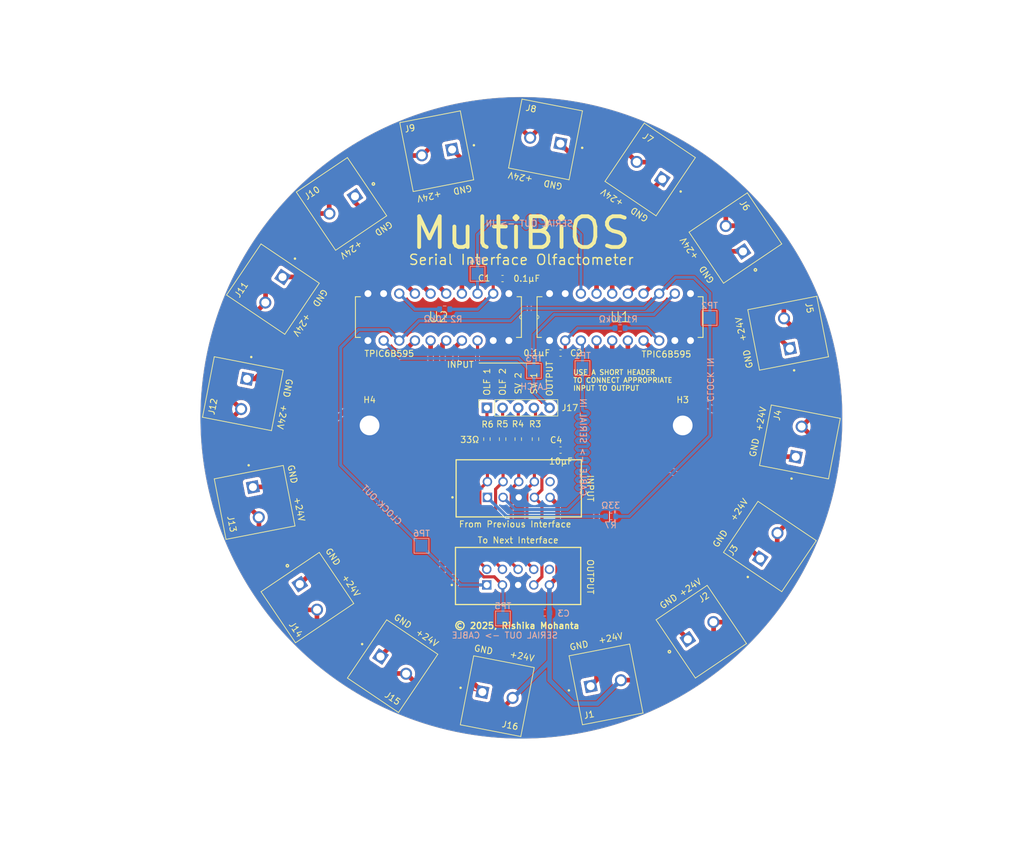
<source format=kicad_pcb>
(kicad_pcb (version 20241229) (generator "pcbnew") (generator_version "9.0")
  (layers (0 "F.Cu" signal) (2 "B.Cu" signal) (13 "F.Paste" user) (15 "B.Paste" user) (5 "F.SilkS" user "F.Silkscreen") (7 "B.SilkS" user "B.Silkscreen") (1 "F.Mask" user) (3 "B.Mask" user) (25 "Edge.Cuts" user))
  (net 0 "")
  (net 1 "+5V")
  (net 2 "GND")
  (net 3 "Net-(J1-Pin_1)")
  (net 4 "+24V")
  (net 5 "Net-(J2-Pin_1)")
  (net 6 "Net-(J3-Pin_1)")
  (net 7 "Net-(J4-Pin_1)")
  (net 8 "Net-(J5-Pin_1)")
  (net 9 "Net-(J6-Pin_1)")
  (net 10 "Net-(J7-Pin_1)")
  (net 11 "Net-(J8-Pin_1)")
  (net 12 "Net-(J9-Pin_1)")
  (net 13 "Net-(J10-Pin_1)")
  (net 14 "Net-(J11-Pin_1)")
  (net 15 "Net-(J12-Pin_1)")
  (net 16 "Net-(J13-Pin_1)")
  (net 17 "Net-(J14-Pin_1)")
  (net 18 "Net-(J15-Pin_1)")
  (net 19 "Net-(J16-Pin_1)")
  (net 20 "Net-(U1-SER_IN)")
  (net 22 "Net-(U2-SER_OUT)")
  (net 23 "Net-(U1-~{SRCLR})")
  (net 24 "Net-(U2-~{SRCLR})")
  (net 25 "Net-(U1-SRCK)")
  (net 26 "Net-(U1-SER_OUT)")
  (net 27 "Net-(J17-Pin_5)")
  (net 28 "Net-(J17-Pin_3)")
  (net 29 "Net-(J17-Pin_4)")
  (net 30 "Net-(J17-Pin_2)")
  (net 31 "Net-(J17-Pin_1)")
  (net 32 "Net-(J18-Pad08)")
  (net 33 "Net-(J18-Pad01)")
  (net 34 "Net-(J18-Pad02)")
  (net 35 "Net-(J18-Pad04)")
  (net 37 "Net-(J18-Pad06)")
  (footprint "Capacitor_SMD:C_0603_1608Metric" (layer "F.Cu") (at 144.78 94.9005 180)
    (property "Reference" "C4")
    (property "Value" "10uf")
  )
  (footprint "MountingHole:MountingHole_3.2mm_M3_Pad" (layer "F.Cu") (at 113.8 90.9)
    (property "Reference" "H4")
    (property "Value" "MountingHole_Pad")
  )
  (footprint "1935310:PHOENIX_1935310" (layer "F.Cu") (at 180.6687 61.439 124)
    (property "Reference" "J6")
    (property "Value" "Screw_Terminal_01x02")
  )
  (footprint "1935310:PHOENIX_1935310" (layer "F.Cu") (at 166.653 47.4233 146)
    (property "Reference" "J7")
    (property "Value" "Screw_Terminal_01x02")
  )
  (footprint "TST-105-01-G-D:SAMTEC_TST-105-01-X-D" (layer "F.Cu") (at 137.8966 115.5253)
    (property "Reference" "J19" (hide yes))
    (property "Value" "TST-105-01-X-D" (hide yes))
  )
  (footprint "Resistor_SMD:R_0603_1608Metric" (layer "F.Cu") (at 137.922 93.1225 90)
    (property "Reference" "R4")
    (property "Value" "33Ω")
  )
  (footprint "TPIC6B595N:DIP254P762X508-20" (layer "F.Cu") (at 165.862 69.5005 90)
    (property "Reference" "U1")
    (property "Value" "TPIC6595")
  )
  (footprint "1935310:PHOENIX_1935310" (layer "F.Cu") (at 88.6061 79.7514 -101)
    (property "Reference" "J12")
    (property "Value" "Screw_Terminal_01x02")
  )
  (footprint "1935310:PHOENIX_1935310" (layer "F.Cu") (at 148.3406 139.4859 11)
    (property "Reference" "J1")
    (property "Value" "Screw_Terminal_01x02")
  )
  (footprint "1935310:PHOENIX_1935310" (layer "F.Cu") (at 110.207 47.4233 -146)
    (property "Reference" "J10")
    (property "Value" "Screw_Terminal_01x02")
  )
  (footprint "1935310:PHOENIX_1935310" (layer "F.Cu") (at 96.1913 61.439 -124)
    (property "Reference" "J11")
    (property "Value" "Screw_Terminal_01x02")
  )
  (footprint "Capacitor_SMD:C_0603_1608Metric" (layer "F.Cu") (at 135.369 67.056)
    (property "Reference" "C1")
    (property "Value" "0.1u")
  )
  (footprint "Connector_PinSocket_2.54mm:PinSocket_1x05_P2.54mm_Vertical" (layer "F.Cu") (at 132.842 88.0425 90)
    (property "Reference" "J17")
    (property "Value" "Conn_01x05_Socket")
  )
  (footprint "1935310:PHOENIX_1935310" (layer "F.Cu") (at 128.5194 39.8381 -169)
    (property "Reference" "J9")
    (property "Value" "Screw_Terminal_01x02")
  )
  (footprint "Resistor_SMD:R_0603_1608Metric" (layer "F.Cu") (at 140.716 93.1225 90)
    (property "Reference" "R3")
    (property "Value" "33Ω")
  )
  (footprint "TPIC6B595N:DIP254P762X508-20" (layer "F.Cu") (at 113.538 77.1205 -90)
    (property "Reference" "U2")
    (property "Value" "TPIC6595")
  )
  (footprint "1935310:PHOENIX_1935310" (layer "F.Cu") (at 128.5194 139.4859 -11)
    (property "Reference" "J16")
    (property "Value" "Screw_Terminal_01x02")
  )
  (footprint "Capacitor_SMD:C_0603_1608Metric" (layer "F.Cu") (at 144.78 79.1525 180)
    (property "Reference" "C2")
    (property "Value" "0.1u")
  )
  (footprint "TST-105-01-G-D:SAMTEC_TST-105-01-X-D" (layer "F.Cu") (at 137.9982 101.3013)
    (property "Reference" "J18" (hide yes))
    (property "Value" "TST-105-01-X-D")
  )
  (footprint "1935310:PHOENIX_1935310" (layer "F.Cu") (at 96.1913 117.885 -56)
    (property "Reference" "J14")
    (property "Value" "Screw_Terminal_01x02")
  )
  (footprint "MountingHole:MountingHole_3.2mm_M3_Pad" (layer "F.Cu") (at 164.6 90.9)
    (property "Reference" "H3")
    (property "Value" "MountingHole_Pad")
  )
  (footprint "Resistor_SMD:R_0603_1608Metric" (layer "F.Cu") (at 132.842 93.1225 90)
    (property "Reference" "R6")
    (property "Value" "33Ω")
  )
  (footprint "1935310:PHOENIX_1935310" (layer "F.Cu") (at 180.6687 117.885 56)
    (property "Reference" "J3")
    (property "Value" "Screw_Terminal_01x02")
  )
  (footprint "1935310:PHOENIX_1935310" (layer "F.Cu") (at 166.653 131.9007 34)
    (property "Reference" "J2")
    (property "Value" "Screw_Terminal_01x02")
  )
  (footprint "1935310:PHOENIX_1935310" (layer "F.Cu") (at 110.207 131.9007 -34)
    (property "Reference" "J15")
    (property "Value" "Screw_Terminal_01x02")
  )
  (footprint "1935310:PHOENIX_1935310" (layer "F.Cu") (at 88.6061 99.5726 -79)
    (property "Reference" "J13")
    (property "Value" "Screw_Terminal_01x02")
  )
  (footprint "Resistor_SMD:R_0603_1608Metric" (layer "F.Cu") (at 135.382 93.1225 90)
    (property "Reference" "R5")
    (property "Value" "33Ω")
  )
  (footprint "1935310:PHOENIX_1935310" (layer "F.Cu") (at 148.3406 39.8381 169)
    (property "Reference" "J8")
    (property "Value" "Screw_Terminal_01x02")
  )
  (footprint "1935310:PHOENIX_1935310" (layer "F.Cu") (at 188.2539 79.7514 101)
    (property "Reference" "J5")
    (property "Value" "Screw_Terminal_01x02")
  )
  (footprint "1935310:PHOENIX_1935310" (layer "F.Cu") (at 188.2539 99.5726 79)
    (property "Reference" "J4")
    (property "Value" "Screw_Terminal_01x02")
  )
  (footprint "TestPoint:TestPoint_Pad_2.0x2.0mm" (layer "B.Cu") (at 168.9608 73.4568 180)
    (property "Reference" "TP2")
    (property "Value" "TestPoint")
  )
  (footprint "TestPoint:TestPoint_Pad_2.0x2.0mm" (layer "B.Cu") (at 135.4328 122.2248 180)
    (property "Reference" "TP5")
    (property "Value" "TestPoint")
  )
  (footprint "TestPoint:TestPoint_Pad_2.0x2.0mm" (layer "B.Cu") (at 122.2248 110.4392 180)
    (property "Reference" "TP6")
    (property "Value" "TestPoint")
  )
  (footprint "Resistor_SMD:R_0603_1608Metric" (layer "B.Cu") (at 152.908 105.664)
    (property "Reference" "R7")
    (property "Value" "33Ω")
  )
  (footprint "Resistor_SMD:R_0603_1608Metric" (layer "B.Cu") (at 154.432 75.0885 180)
    (property "Reference" "R1")
    (property "Value" "10k")
  )
  (footprint "Resistor_SMD:R_0603_1608Metric" (layer "B.Cu") (at 125.984 72.0405)
    (property "Reference" "R2")
    (property "Value" "10k")
  )
  (footprint "Capacitor_SMD:C_0603_1608Metric" (layer "B.Cu") (at 142.227 121.3165 180)
    (property "Reference" "C3")
    (property "Value" "10uf")
  )
  (footprint "TestPoint:TestPoint_Pad_2.0x2.0mm" (layer "B.Cu") (at 131.318 66.294 180)
    (property "Reference" "TP4")
    (property "Value" "TestPoint")
  )
  (footprint "TestPoint:TestPoint_Pad_2.0x2.0mm" (layer "B.Cu") (at 140.462 82.042 180)
    (property "Reference" "TP3")
    (property "Value" "TestPoint")
  )
  (footprint "TestPoint:TestPoint_Pad_2.0x2.0mm" (layer "B.Cu") (at 148.336 81.5848 180)
    (property "Reference" "TP1")
    (property "Value" "TestPoint")
  )
  (gr_line (start 131.572 80.772) (end 141.224 80.772) (stroke (width 0.15)) (layer "F.SilkS"))
  (gr_circle (center 138.43 89.662) (end 190.5 89.662) (stroke (width 0.05)) (fill no) (layer "Edge.Cuts"))
  (gr_text "+24V" (at 177.292 89.8652 78.75) (layer "F.SilkS") (effects (font (size 1 1))))
  (gr_text "+24V" (at 123.1392 125.3744 326.25) (layer "F.SilkS") (effects (font (size 1 1))))
  (gr_text "GND" (at 119.1768 122.682 326.25) (layer "F.SilkS") (effects (font (size 1 1))))
  (gr_text "OUTPUT" (at 143.002 83.312 90) (layer "F.SilkS") (effects (font (size 1 1))))
  (gr_text "INPUT" (at 149.606 101.1108 270) (layer "F.SilkS") (effects (font (size 1 1))))
  (gr_text "+24V" (at 153.162 53.8988 146.25) (layer "F.SilkS") (effects (font (size 1 1))))
  (gr_text "Serial Interface Olfactometer" (at 120.0404 64.9732 0) (layer "F.SilkS") (effects (font (size 1.651 1.651) (thickness 0.206375)) (justify left bottom)))
  (gr_text "+24V" (at 152.908 125.4252 11.25) (layer "F.SilkS") (effects (font (size 1 1))))
  (gr_text "GND" (at 116.078 58.928 213.75) (layer "F.SilkS") (effects (font (size 1 1))))
  (gr_text "+24V" (at 173.736 104.5972 56.25) (layer "F.SilkS") (effects (font (size 1 1))))
  (gr_text "TPIC6B595" (at 161.9504 79.3496 0) (layer "F.SilkS") (effects (font (size 1 1))))
  (gr_text "+24V" (at 138.5316 128.3716 348.75) (layer "F.SilkS") (effects (font (size 1 1))))
  (gr_text "GND" (at 157.5816 56.642 146.25) (layer "F.SilkS") (effects (font (size 1 1))))
  (gr_text "GND" (at 143.5608 51.816 168.75) (layer "F.SilkS") (effects (font (size 1 1))))
  (gr_text "GND" (at 100.5332 84.836 258.75) (layer "F.SilkS") (effects (font (size 1 1))))
  (gr_text "GND" (at 176.2252 94.488 78.75) (layer "F.SilkS") (effects (font (size 1 1))))
  (gr_text "+24V" (at 174.0408 75.2856 101.25) (layer "F.SilkS") (effects (font (size 1 1))))
  (gr_text "+24V" (at 123.4948 53.7464 191.25) (layer "F.SilkS") (effects (font (size 1 1))))
  (gr_text "INPUT" (at 128.524 81.026 0) (layer "F.SilkS") (effects (font (size 1 1))))
  (gr_text "GND" (at 147.7772 126.6444 11.25) (layer "F.SilkS") (effects (font (size 1 1))))
  (gr_text "GND" (at 170.688 109.2708 56.25) (layer "F.SilkS") (effects (font (size 1 1))))
  (gr_text "SV 2" (at 137.922 84.074 90) (layer "F.SilkS") (effects (font (size 1 1))))
  (gr_text "GND" (at 107.8484 112.2172 303.75) (layer "F.SilkS") (effects (font (size 1 1))))
  (gr_text "+24V" (at 165.6588 62.1792 123.75) (layer "F.SilkS") (effects (font (size 1 1))))
  (gr_text "10μF" (at 144.8308 96.7232 0) (layer "F.SilkS") (effects (font (size 1 1))))
  (gr_text "GND" (at 162.306 119.4816 33.75) (layer "F.SilkS") (effects (font (size 1 1))))
  (gr_text "+24V" (at 102.4128 104.4956 281.25) (layer "F.SilkS") (effects (font (size 1 1))))
  (gr_text "To Next Interface" (at 137.8966 109.5248 0) (layer "F.SilkS") (effects (font (size 1 1))))
  (gr_text "GND" (at 101.2952 98.806 281.25) (layer "F.SilkS") (effects (font (size 1 1))))
  (gr_text "+24V" (at 110.7948 116.8908 303.75) (layer "F.SilkS") (effects (font (size 1 1))))
  (gr_text "SV 1" (at 140.462 84.074 90) (layer "F.SilkS") (effects (font (size 1 1))))
  (gr_text "+24V" (at 99.6188 89.5096 258.75) (layer "F.SilkS") (effects (font (size 1 1))))
  (gr_text "OUTPUT" (at 149.606 115.4745 270) (layer "F.SilkS") (effects (font (size 1 1))))
  (gr_text "USE A SHORT HEADER\nTO CONNECT APPROPRIATE\nINPUT TO OUTPUT" (at 146.7612 83.566 0) (layer "F.SilkS") (effects (font (size 0.8 0.8) (thickness 0.15) (bold yes)) (justify left)))
  (gr_text "GND" (at 128.8796 52.6288 191.25) (layer "F.SilkS") (effects (font (size 1 1))))
  (gr_text "© 2025, Rishika Mohanta" (at 127.4572 124.0028 0) (layer "F.SilkS") (effects (font (size 1.016 1.016) (thickness 0.2032) (bold yes)) (justify left bottom)))
  (gr_text "0.1μF" (at 140.9192 79.1464 0) (layer "F.SilkS") (effects (font (size 1 1))))
  (gr_text "+24V" (at 110.8456 62.3824 213.75) (layer "F.SilkS") (effects (font (size 1 1))))
  (gr_text "OLF 1" (at 132.842 83.82 90) (layer "F.SilkS") (effects (font (size 1 1))))
  (gr_text "GND" (at 105.7656 70.2056 236.25) (layer "F.SilkS") (effects (font (size 1 1))))
  (gr_text "0.1μF" (at 139.2936 67.056 0) (layer "F.SilkS") (effects (font (size 1 1))))
  (gr_text "GND" (at 132.2832 127.3048 348.75) (layer "F.SilkS") (effects (font (size 1 1))))
  (gr_text "33Ω" (at 130.048 93.218 0) (layer "F.SilkS") (effects (font (size 1 1))))
  (gr_text "+24V" (at 138.2776 50.5968 168.75) (layer "F.SilkS") (effects (font (size 1 1))))
  (gr_text "GND" (at 175.2092 80.1116 101.25) (layer "F.SilkS") (effects (font (size 1 1))))
  (gr_text "GND" (at 168.5036 66.3956 123.75) (layer "F.SilkS") (effects (font (size 1 1))))
  (gr_text "OLF 2" (at 135.382 83.82 90) (layer "F.SilkS") (effects (font (size 1 1))))
  (gr_text "+24V" (at 102.8192 74.5744 236.25) (layer "F.SilkS") (effects (font (size 1 1))))
  (gr_text "TPIC6B595" (at 116.9924 79.248 0) (layer "F.SilkS") (effects (font (size 1 1))))
  (gr_text "From Previous Interface" (at 137.414 106.934 0) (layer "F.SilkS") (effects (font (size 1 1))))
  (gr_text "MultiBiOS" (at 120.2436 62.5856 0) (layer "F.SilkS") (effects (font (size 5 5) (thickness 0.625)) (justify left bottom)))
  (gr_text "+24V" (at 165.8112 117.1956 33.75) (layer "F.SilkS") (effects (font (size 1 1))))
  (gr_text "CLOCK IN" (at 169.0624 83.4644 270) (layer "B.SilkS") (effects (font (size 1 1)) (justify mirror)))
  (gr_text "CLOCK OUT" (at 115.7732 103.8352 315) (layer "B.SilkS") (effects (font (size 1 1)) (justify mirror)))
  (gr_text "SERIAL OUT -> IN" (at 139.7 58.1152 0) (layer "B.SilkS") (effects (font (size 1 1)) (justify mirror)))
  (gr_text "33Ω" (at 152.908 103.886 0) (layer "B.SilkS") (effects (font (size 1 1)) (justify mirror)))
  (gr_text "10kΩ" (at 152.908 73.66 0) (layer "B.SilkS") (effects (font (size 1 1)) (justify mirror)))
  (gr_text "SERIAL OUT -> CABLE" (at 135.7376 124.968 0) (layer "B.SilkS") (effects (font (size 1 1)) (justify mirror)))
  (gr_text "LATCH" (at 140.5128 84.582 0) (layer "B.SilkS") (effects (font (size 1 1)) (justify mirror)))
  (gr_text "10kΩ" (at 124.5108 73.6092 0) (layer "B.SilkS") (effects (font (size 1 1)) (justify mirror)))
  (gr_text "CABLE -> SERIAL IN" (at 148.4376 94.4372 270) (layer "B.SilkS") (effects (font (size 1 1)) (justify mirror)))
  (segment (start 134.112 69.2465) (end 133.858 69.5005) (width 0.508) (layer "F.Cu") (net 1))
  (segment (start 140.538 102.571) (end 141.76 103.793) (width 0.508) (layer "F.Cu") (net 1))
  (segment (start 145.542 79.9145) (end 145.542 79.1655) (width 0.1524) (layer "F.Cu") (net 1))
  (segment (start 145.542 94.9135) (end 145.542 95.6625) (width 0.1524) (layer "F.Cu") (net 1))
  (segment (start 141.755 99.4493) (end 145.542 95.6625) (width 0.508) (layer "F.Cu") (net 1))
  (segment (start 140.538 102.5711) (end 140.538 102.571) (width 0.1524) (layer "F.Cu") (net 1))
  (segment (start 142.2 78.9) (end 140.1 78.9) (width 0.508) (layer "F.Cu") (net 1))
  (segment (start 143.1 82.1) (end 142.6 81.6) (width 0.508) (layer "F.Cu") (net 1))
  (segment (start 145.5085 82.7085) (end 145.542 82.7085) (width 0.508) (layer "F.Cu") (net 1))
  (segment (start 145.555 94.9005) (end 145.542 94.9135) (width 0.1524) (layer "F.Cu") (net 1))
  (segment (start 138.9 65.1) (end 135.1 65.1) (width 0.508) (layer "F.Cu") (net 1))
  (segment (start 142.6 81.6) (end 142.6 79.3) (width 0.508) (layer "F.Cu") (net 1))
  (segment (start 145.542 83.2165) (end 145.542 82.7085) (width 0.508) (layer "F.Cu") (net 1))
  (segment (start 139.7 78.5) (end 139.7 65.9) (width 0.508) (layer "F.Cu") (net 1))
  (segment (start 145.542 82.7085) (end 145.542 82.1) (width 0.508) (layer "F.Cu") (net 1))
  (segment (start 139.7 65.9) (end 138.9 65.1) (width 0.508) (layer "F.Cu") (net 1))
  (segment (start 140.538 102.571) (end 141.755 101.354) (width 0.508) (layer "F.Cu") (net 1))
  (segment (start 145.542 82.1) (end 145.542 79.9145) (width 0.508) (layer "F.Cu") (net 1))
  (segment (start 145.542 82.1) (end 143.1 82.1) (width 0.508) (layer "F.Cu") (net 1))
  (segment (start 145.542 79.1655) (end 145.555 79.1525) (width 0.1524) (layer "F.Cu") (net 1))
  (segment (start 145.542 95.6625) (end 145.542 83.2165) (width 0.508) (layer "F.Cu") (net 1))
  (segment (start 141.76 115.472) (end 141.0985 116.1335) (width 0.508) (layer "F.Cu") (net 1))
  (segment (start 134.594 65.606) (end 134.594 67.056) (width 0.508) (layer "F.Cu") (net 1))
  (segment (start 142.6 79.3) (end 142.2 78.9) (width 0.508) (layer "F.Cu") (net 1))
  (segment (start 140.5382 102.5713) (end 140.538 102.5711) (width 0.1524) (layer "F.Cu") (net 1))
  (segment (start 141.755 101.354) (end 141.755 99.4493) (width 0.508) (layer "F.Cu") (net 1))
  (segment (start 140.1 78.9) (end 139.7 78.5) (width 0.508) (layer "F.Cu") (net 1))
  (segment (start 135.1 65.1) (end 134.594 65.606) (width 0.508) (layer "F.Cu") (net 1))
  (segment (start 141.0985 116.1335) (end 140.437 116.795) (width 0.508) (layer "F.Cu") (net 1))
  (segment (start 141.0984 116.1335) (end 140.4366 116.7953) (width 0.1524) (layer "F.Cu") (net 1))
  (segment (start 145.542 82.7085) (end 145.542 83.2165) (width 0.508) (layer "F.Cu") (net 1))
  (segment (start 145.542 79.9145) (end 145.542 77.1205) (width 0.508) (layer "F.Cu") (net 1))
  (segment (start 141.76 103.793) (end 141.76 115.472) (width 0.508) (layer "F.Cu") (net 1))
  (segment (start 133.845 69.4875) (end 133.858 69.5005) (width 0.508) (layer "F.Cu") (net 1))
  (segment (start 133.858 69.5005) (end 133.858 67.792) (width 0.508) (layer "F.Cu") (net 1))
  (segment (start 133.858 67.792) (end 134.594 67.056) (width 0.508) (layer "F.Cu") (net 1))
  (segment (start 141.0985 116.1335) (end 141.0984 116.1335) (width 0.1524) (layer "F.Cu") (net 1))
  (segment (start 131.318 72.0405) (end 126.809 72.0405) (width 0.508) (layer "B.Cu") (net 1))
  (segment (start 147.574 75.0885) (end 153.607 75.0885) (width 0.508) (layer "B.Cu") (net 1))
  (segment (start 145.542 77.1205) (end 147.574 75.0885) (width 0.508) (layer "B.Cu") (net 1))
  (segment (start 133.858 69.5005) (end 131.318 72.0405) (width 0.508) (layer "B.Cu") (net 1))
  (segment (start 149.6415 133.2115) (end 149.642 133.212) (width 0.1524) (layer "F.Cu") (net 3))
  (segment (start 150.622 77.1205) (end 150.622 132.231) (width 0.762) (layer "F.Cu") (net 3))
  (segment (start 150.622 132.231) (end 149.642 133.212) (width 0.762) (layer "F.Cu") (net 3))
  (segment (start 96.9302 63.2422) (end 96.9302 70.9529) (width 0.762) (layer "F.Cu") (net 4))
  (segment (start 152.817 43.8404) (end 152.806 43.8404) (width 0.762) (layer "F.Cu") (net 4))
  (segment (start 143.078 102.571) (end 143.0783 102.5713) (width 0.762) (layer "F.Cu") (net 4))
  (segment (start 134.064 138.125) (end 137.0259 135.1621) (width 0.762) (layer "F.Cu") (net 4))
  (segment (start 179.93 108.371) (end 186.538 101.763) (width 0.762) (layer "F.Cu") (net 4))
  (segment (start 179.93 109.7354) (end 179.9298 109.7352) (width 0.1524) (layer "F.Cu") (net 4))
  (segment (start 107.2488 56.4958) (end 103.677 56.4958) (width 0.762) (layer "F.Cu") (net 4))
  (segment (start 139.834 44.1616) (end 137.277 41.6052) (width 0.762) (layer "F.Cu") (net 4))
  (segment (start 186.538 93.6728) (end 183.9302 91.0659) (width 0.762) (layer "F.Cu") (net 4))
  (segment (start 169.611 126.096) (end 169.611 122.828) (width 0.762) (layer "F.Cu") (net 4))
  (segment (start 183.93 91.0657) (end 186.639 88.3569) (width 0.762) (layer "F.Cu") (net 4))
  (segment (start 119.7209 131.1618) (end 119.721 131.1619) (width 0.1524) (layer "F.Cu") (net 4))
  (segment (start 142.9766 116.7953) (end 142.9767 116.7953) (width 0.1524) (layer "F.Cu") (net 4))
  (segment (start 186.639 79.1817) (end 181.004 73.5466) (width 0.762) (layer "F.Cu") (net 4))
  (segment (start 112.112 131.162) (end 119.721 131.162) (width 0.762) (layer "F.Cu") (net 4))
  (segment (start 122.315 47.0879) (end 122.3145 47.0879) (width 0.762) (layer "F.Cu") (net 4))
  (segment (start 105.264 122.5785) (end 105.2637 122.5782) (width 0.1524) (layer "F.Cu") (net 4))
  (segment (start 122.3145 47.0879) (end 112.729 47.0879) (width 0.762) (layer "F.Cu") (net 4))
  (segment (start 103.677 56.4958) (end 96.9302 63.2422) (width 0.762) (layer "F.Cu") (net 4))
  (segment (start 96.9302 70.9529) (end 89.8652 78.018) (width 0.762) (layer "F.Cu") (net 4))
  (segment (start 127.797 41.6052) (end 122.315 47.0879) (width 0.762) (layer "F.Cu") (net 4))
  (segment (start 164.545 48.1622) (end 157.1391 48.1622) (width 0.762) (layer "F.Cu") (net 4))
  (segment (start 169.611 122.828) (end 169.6112 122.828) (width 0.762) (layer "F.Cu") (net 4))
  (segment (start 139.8337 44.1616) (end 139.834 44.1616) (width 0.1524) (layer "F.Cu") (net 4))
  (segment (start 159.008 132.236) (end 163.471 132.236) (width 0.762) (layer "F.Cu") (net 4))
  (segment (start 101.895 120.843) (end 105.264 120.843) (width 0.762) (layer "F.Cu") (net 4))
  (segment (start 183.9304 91.0657) (end 183.9302 91.0659) (width 0.1524) (layer "F.Cu") (net 4))
  (segment (start 137.0259 135.1621) (end 137.026 135.162) (width 0.762) (layer "F.Cu") (net 4))
  (segment (start 95.8559 114.804) (end 101.895 120.843) (width 0.762) (layer "F.Cu") (net 4))
  (segment (start 186.639 88.3569) (end 186.639 79.1817) (width 0.762) (layer "F.Cu") (net 4))
  (segment (start 89.8652 78.018) (end 89.8652 85.194) (width 0.762) (layer "F.Cu") (net 4))
  (segment (start 154.545 132.236) (end 159.008 132.236) (width 0.762) (layer "F.Cu") (net 4))
  (segment (start 179.9298 109.7352) (end 179.9298 108.3711) (width 0.1524) (layer "F.Cu") (net 4))
  (segment (start 179.93 109.7354) (end 179.93 108.371) (width 0.762) (layer "F.Cu") (net 4))
  (segment (start 183.9302 91.0659) (end 183.93 91.0657) (width 0.762) (layer "F.Cu") (net 4))
  (segment (start 105.264 124.314) (end 112.112 131.162) (width 0.762) (layer "F.Cu") (net 4))
  (segment (start 137.0262 135.1624) (end 137.0259 135.1621) (width 0.1524) (layer "F.Cu") (net 4))
  (segment (start 154.5456 132.236) (end 154.5455 132.2361) (width 0.1524) (layer "F.Cu") (net 4))
  (segment (start 144.321 103.814) (end 144.321 115.451) (width 0.762) (layer "F.Cu") (net 4))
  (segment (start 171.596 55.2134) (end 164.545 48.1622) (width 0.762) (layer "F.Cu") (net 4))
  (segment (start 142.085 41.91) (end 139.834 44.1616) (width 0.762) (layer "F.Cu") (net 4))
  (segment (start 119.721 131.162) (end 119.732 131.162) (width 0.762) (layer "F.Cu") (net 4))
  (segment (start 137.277 41.6052) (end 127.797 41.6052) (width 0.762) (layer "F.Cu") (net 4))
  (segment (start 137.0263 135.1624) (end 137.0262 135.1624) (width 0.1524) (layer "F.Cu") (net 4))
  (segment (start 171.5963 58.4809) (end 171.596 58.4809) (width 0.762) (layer "F.Cu") (net 4))
  (segment (start 95.8559 105.7775) (end 95.8559 114.804) (width 0.762) (layer "F.Cu") (net 4))
  (segment (start 126.695 138.125) (end 134.064 138.125) (width 0.762) (layer "F.Cu") (net 4))
  (segment (start 92.9296 88.2583) (end 91.0336 90.1543) (width 0.762) (layer "F.Cu") (net 4))
  (segment (start 181.0041 73.5465) (end 181.004 73.5466) (width 0.1524) (layer "F.Cu") (net 4))
  (segment (start 150.876 41.91) (end 142.085 41.91) (width 0.762) (layer "F.Cu") (net 4))
  (segment (start 89.8652 85.194) (end 92.9296 88.2583) (width 0.762) (layer "F.Cu") (net 4))
  (segment (start 95.8559 105.777) (end 95.8559 105.7775) (width 0.762) (layer "F.Cu") (net 4))
  (segment (start 144.321 115.451) (end 142.977 116.795) (width 0.762) (layer "F.Cu") (net 4))
  (segment (start 169.6112 122.8283) (end 169.6112 122.828) (width 0.1524) (layer "F.Cu") (net 4))
  (segment (start 112.729 47.0879) (end 107.249 52.5679) (width 0.762) (layer "F.Cu") (net 4))
  (segment (start 179.93 117.098) (end 179.93 109.7354) (width 0.762) (layer "F.Cu") (net 4))
  (segment (start 174.508 58.4809) (end 171.5963 58.4809) (width 0.762) (layer "F.Cu") (net 4))
  (segment (start 105.264 120.843) (end 105.264 122.5785) (width 0.762) (layer "F.Cu") (net 4))
  (segment (start 119.721 131.1619) (end 119.721 131.162) (width 0.1524) (layer "F.Cu") (net 4))
  (segment (start 171.5963 58.4808) (end 171.5963 58.4809) (width 0.1524) (layer "F.Cu") (net 4))
  (segment (start 119.732 131.162) (end 126.695 138.125) (width 0.762) (layer "F.Cu") (net 4))
  (segment (start 107.2488 56.4957) (end 107.2488 56.4958) (width 0.1524) (layer "F.Cu") (net 4))
  (segment (start 143.0783 102.5713) (end 144.321 103.814) (width 0.762) (layer "F.Cu") (net 4))
  (segment (start 107.249 52.5679) (end 107.249 56.4958) (width 0.762) (layer "F.Cu") (net 4))
  (segment (start 107.249 56.4958) (end 107.2488 56.4958) (width 0.762) (layer "F.Cu") (net 4))
  (segment (start 91.0336 90.1543) (end 91.0336 100.955) (width 0.762) (layer "F.Cu") (net 4))
  (segment (start 169.6112 122.828) (end 174.199 122.828) (width 0.762) (layer "F.Cu") (net 4))
  (segment (start 91.0336 100.955) (end 95.8559 105.777) (width 0.762) (layer "F.Cu") (net 4))
  (segment (start 143.0782 102.5713) (end 143.0783 102.5713) (width 0.1524) (layer "F.Cu") (net 4))
  (segment (start 186.538 101.763) (end 186.538 93.6728) (width 0.762) (layer "F.Cu") (net 4))
  (segment (start 105.2637 122.5782) (end 105.2637 120.8432) (width 0.1524) (layer "F.Cu") (net 4))
  (segment (start 181.004 73.5466) (end 181.004 64.9769) (width 0.762) (layer "F.Cu") (net 4))
  (segment (start 157.1391 48.1622) (end 157.139 48.1622) (width 0.762) (layer "F.Cu") (net 4))
  (segment (start 174.199 122.828) (end 179.93 117.098) (width 0.762) (layer "F.Cu") (net 4))
  (segment (start 163.471 132.236) (end 169.611 126.096) (width 0.762) (layer "F.Cu") (net 4))
  (segment (start 152.806 43.8404) (end 150.876 41.91) (width 0.762) (layer "F.Cu") (net 4))
  (segment (start 181.004 64.9769) (end 174.508 58.4809) (width 0.762) (layer "F.Cu") (net 4))
  (segment (start 159.008 132.236) (end 154.5456 132.236) (width 0.1524) (layer "F.Cu") (net 4))
  (segment (start 171.596 58.4809) (end 171.596 55.2134) (width 0.762) (layer "F.Cu") (net 4))
  (segment (start 105.264 122.5785) (end 105.264 124.314) (width 0.762) (layer "F.Cu") (net 4))
  (segment (start 142.9767 116.7953) (end 142.977 116.795) (width 0.1524) (layer "F.Cu") (net 4))
  (segment (start 157.139 48.1622) (end 152.817 43.8404) (width 0.762) (layer "F.Cu") (net 4))
  (segment (start 143.002 123.241) (end 143.002 129.187) (width 0.762) (layer "B.Cu") (net 4))
  (segment (start 142.9766 116.7953) (end 142.977 116.7953) (width 0.1524) (layer "B.Cu") (net 4))
  (segment (start 143.002 121.3165) (end 143.002 122.0212) (width 0.1524) (layer "B.Cu") (net 4))
  (segment (start 142.977 122.0462) (end 142.977 123.215) (width 0.762) (layer "B.Cu") (net 4))
  (segment (start 142.977 116.7953) (end 142.977 122.0462) (width 0.762) (layer "B.Cu") (net 4))
  (segment (start 143.002 129.187) (end 143.002 132.232) (width 0.762) (layer "B.Cu") (net 4))
  (segment (start 142.977 123.215) (end 143.002 123.241) (width 0.762) (layer "B.Cu") (net 4))
  (segment (start 143.002 132.232) (end 146.812 136.042) (width 0.762) (layer "B.Cu") (net 4))
  (segment (start 154.5451 132.2361) (end 154.545 132.236) (width 0.1524) (layer "B.Cu") (net 4))
  (segment (start 143.002 122.0212) (end 142.977 122.0462) (width 0.1524) (layer "B.Cu") (net 4))
  (segment (start 150.739 136.042) (end 154.545 132.236) (width 0.762) (layer "B.Cu") (net 4))
  (segment (start 146.812 136.042) (end 150.739 136.042) (width 0.762) (layer "B.Cu") (net 4))
  (segment (start 154.5455 132.2361) (end 154.5451 132.2361) (width 0.1524) (layer "B.Cu") (net 4))
  (segment (start 143.002 129.187) (end 137.026 135.162) (width 0.762) (layer "B.Cu") (net 4))
  (segment (start 142.977 116.795) (end 142.977 116.7953) (width 0.762) (layer "B.Cu") (net 4))
  (segment (start 165.454 125.6059) (end 165.454 125.606) (width 0.762) (layer "F.Cu") (net 5))
  (segment (start 153.162 113.314) (end 165.454 125.6059) (width 0.762) (layer "F.Cu") (net 5))
  (segment (start 153.162 77.1205) (end 153.162 113.314) (width 0.762) (layer "F.Cu") (net 5))
  (segment (start 165.4538 125.6061) (end 165.454 125.6059) (width 0.1524) (layer "F.Cu") (net 5))
  (segment (start 177.152 112.5285) (end 175.9504 111.7256) (width 0.1524) (layer "F.Cu") (net 6))
  (segment (start 168.572 103.9482) (end 177.152 112.528) (width 0.762) (layer "F.Cu") (net 6))
  (segment (start 168.572 103.9482) (end 175.9504 111.3266) (width 0.1524) (layer "F.Cu") (net 6))
  (segment (start 155.702 91.0785) (end 168.572 103.9482) (width 0.762) (layer "F.Cu") (net 6))
  (segment (start 155.702 77.1205) (end 155.702 91.0785) (width 0.762) (layer "F.Cu") (net 6))
  (segment (start 175.9504 111.3266) (end 175.9504 111.7256) (width 0.1524) (layer "F.Cu") (net 6))
  (segment (start 158.242 77.1205) (end 177.091 95.9696) (width 0.762) (layer "F.Cu") (net 7))
  (segment (start 177.091 95.9696) (end 182.955 95.9696) (width 0.762) (layer "F.Cu") (net 7))
  (segment (start 181.9795 78.4505) (end 181.9797 78.4503) (width 0.1524) (layer "F.Cu") (net 8))
  (segment (start 181.9797 78.4503) (end 181.98 78.4505) (width 0.762) (layer "F.Cu") (net 8))
  (segment (start 168.655 65.1256) (end 181.9797 78.4503) (width 0.762) (layer "F.Cu") (net 8))
  (segment (start 162.617 65.1256) (end 168.655 65.1256) (width 0.762) (layer "F.Cu") (net 8))
  (segment (start 158.242 69.5005) (end 162.617 65.1256) (width 0.762) (layer "F.Cu") (net 8))
  (segment (start 155.702 69.5005) (end 162.564 62.6382) (width 0.762) (layer "F.Cu") (net 9))
  (segment (start 162.564 62.6382) (end 174.374 62.6382) (width 0.762) (layer "F.Cu") (net 9))
  (segment (start 174.3741 62.6382) (end 174.374 62.6382) (width 0.1524) (layer "F.Cu") (net 9))
  (segment (start 157.229 55.0073) (end 161.296 50.9401) (width 0.762) (layer "F.Cu") (net 10))
  (segment (start 153.162 69.5005) (end 153.162 59.0745) (width 0.762) (layer "F.Cu") (net 10))
  (segment (start 157.2292 55.0073) (end 160.0949 52.1416) (width 0.1524) (layer "F.Cu") (net 10))
  (segment (start 160.0949 52.1416) (end 160.4936 52.1416) (width 0.1524) (layer "F.Cu") (net 10))
  (segment (start 153.162 59.0745) (end 157.229 55.0073) (width 0.762) (layer "F.Cu") (net 10))
  (segment (start 161.2965 50.94) (end 160.4936 52.1416) (width 0.1524) (layer "F.Cu") (net 10))
  (segment (start 157.229 55.0073) (end 157.2292 55.0073) (width 0.1524) (layer "F.Cu") (net 10))
  (segment (start 150.622 69.5005) (end 150.622 51.0214) (width 0.762) (layer "F.Cu") (net 11))
  (segment (start 144.7376 45.137) (end 144.738 45.137) (width 0.1524) (layer "F.Cu") (net 11))
  (segment (start 150.622 51.0214) (end 144.738 45.137) (width 0.762) (layer "F.Cu") (net 11))
  (segment (start 127.2185 46.1125) (end 127.2183 46.1127) (width 0.1524) (layer "F.Cu") (net 12))
  (segment (start 127.2183 46.1127) (end 127.218 46.1125) (width 0.762) (layer "F.Cu") (net 12))
  (segment (start 128.778 69.5005) (end 128.778 47.672) (width 0.762) (layer "F.Cu") (net 12))
  (segment (start 128.778 47.672) (end 127.2183 46.1127) (width 0.762) (layer "F.Cu") (net 12))
  (segment (start 111.406 54.6687) (end 111.406 54.1933) (width 0.762) (layer "F.Cu") (net 13))
  (segment (start 111.406 54.1933) (end 111.406 53.7179) (width 0.762) (layer "F.Cu") (net 13))
  (segment (start 111.406 54.1933) (end 111.4062 54.1931) (width 0.1524) (layer "F.Cu") (net 13))
  (segment (start 111.4062 54.1931) (end 111.4062 53.7179) (width 0.1524) (layer "F.Cu") (net 13))
  (segment (start 126.238 69.5005) (end 111.406 54.6687) (width 0.762) (layer "F.Cu") (net 13))
  (segment (start 112.014 61.5696) (end 106.788 66.7956) (width 0.762) (layer "F.Cu") (net 14))
  (segment (start 123.698 69.5005) (end 115.767 61.5696) (width 0.762) (layer "F.Cu") (net 14))
  (segment (start 106.788 66.7956) (end 99.7081 66.7956) (width 0.762) (layer "F.Cu") (net 14))
  (segment (start 99.708 66.7955) (end 99.7081 66.7956) (width 0.1524) (layer "F.Cu") (net 14))
  (segment (start 115.767 61.5696) (end 112.014 61.5696) (width 0.762) (layer "F.Cu") (net 14))
  (segment (start 112.522 65.9892) (end 95.1568 83.3544) (width 0.762) (layer "F.Cu") (net 15))
  (segment (start 117.647 65.9892) (end 112.522 65.9892) (width 0.762) (layer "F.Cu") (net 15))
  (segment (start 95.1568 83.3544) (end 93.905 83.3544) (width 0.762) (layer "F.Cu") (net 15))
  (segment (start 121.158 69.5005) (end 117.647 65.9892) (width 0.762) (layer "F.Cu") (net 15))
  (segment (start 94.8805 100.8735) (end 94.8805 100.874) (width 0.1524) (layer "F.Cu") (net 16))
  (segment (start 97.405 100.874) (end 94.8805 100.874) (width 0.762) (layer "F.Cu") (net 16))
  (segment (start 121.158 77.1205) (end 97.405 100.874) (width 0.762) (layer "F.Cu") (net 16))
  (segment (start 123.698 77.1205) (end 123.698 95.4737) (width 0.762) (layer "F.Cu") (net 17))
  (segment (start 123.698 95.4737) (end 102.4861 116.6859) (width 0.762) (layer "F.Cu") (net 17))
  (segment (start 102.4859 116.6858) (end 102.486 116.6858) (width 0.1524) (layer "F.Cu") (net 17))
  (segment (start 102.486 116.6858) (end 102.4861 116.6859) (width 0.1524) (layer "F.Cu") (net 17))
  (segment (start 102.4861 116.6859) (end 102.486 116.686) (width 0.762) (layer "F.Cu") (net 17))
  (segment (start 115.5635 128.384) (end 115.564 128.384) (width 0.1524) (layer "F.Cu") (net 18))
  (segment (start 126.238 77.1205) (end 125.628 77.7301) (width 0.762) (layer "F.Cu") (net 18))
  (segment (start 125.628 77.7301) (end 125.628 118.319) (width 0.762) (layer "F.Cu") (net 18))
  (segment (start 125.628 118.319) (end 115.564 128.384) (width 0.762) (layer "F.Cu") (net 18))
  (segment (start 130.7051 132.7701) (end 130.7051 133.9051) (width 0.1524) (layer "F.Cu") (net 19))
  (segment (start 130.7051 132.7701) (end 132.122 134.187) (width 0.762) (layer "F.Cu") (net 19))
  (segment (start 132.1224 134.187) (end 130.7051 133.9051) (width 0.1524) (layer "F.Cu") (net 19))
  (segment (start 128.778 77.1205) (end 127.762 78.1365) (width 0.762) (layer "F.Cu") (net 19))
  (segment (start 127.762 78.1365) (end 127.762 129.827) (width 0.762) (layer "F.Cu") (net 19))
  (segment (start 127.762 129.827) (end 130.7051 132.7701) (width 0.762) (layer "F.Cu") (net 19))
  (segment (start 149.082 92.4239) (end 147.59 92.4239) (width 0.508) (layer "B.Cu") (net 20))
  (segment (start 149.336 88.9949) (end 149.336 88.8679) (width 0.508) (layer "B.Cu") (net 20))
  (segment (start 149.082 100.679) (end 149.336 100.425) (width 0.508) (layer "B.Cu") (net 20))
  (segment (start 149.082 96.8689) (end 149.336 96.6149) (width 0.508) (layer "B.Cu") (net 20))
  (segment (start 147.336 93.4399) (end 147.336 93.3129) (width 0.508) (layer "B.Cu") (net 20))
  (segment (start 149.336 100.298) (end 149.082 100.044) (width 0.508) (layer "B.Cu") (net 20))
  (segment (start 147.336 95.9799) (end 147.336 95.8529) (width 0.508) (layer "B.Cu") (net 20))
  (segment (start 149.082 90.5189) (end 149.336 90.2649) (width 0.508) (layer "B.Cu") (net 20))
  (segment (start 149.336 97.7579) (end 149.082 97.5039) (width 0.508) (layer "B.Cu") (net 20))
  (segment (start 147.59 89.2489) (end 149.082 89.2489) (width 0.508) (layer "B.Cu") (net 20))
  (segment (start 149.336 97.8849) (end 149.336 97.7579) (width 0.508) (layer "B.Cu") (net 20))
  (segment (start 147.336 99.6629) (end 147.59 99.4089) (width 0.508) (layer "B.Cu") (net 20))
  (segment (start 147.59 99.4089) (end 149.082 99.4089) (width 0.508) (layer "B.Cu") (net 20))
  (segment (start 147.59 89.8839) (end 147.336 89.6299) (width 0.508) (layer "B.Cu") (net 20))
  (segment (start 149.082 94.9639) (end 147.59 94.9639) (width 0.508) (layer "B.Cu") (net 20))
  (segment (start 147.59 100.044) (end 147.336 99.7899) (width 0.508) (layer "B.Cu") (net 20))
  (segment (start 149.336 95.2179) (end 149.082 94.9639) (width 0.508) (layer "B.Cu") (net 20))
  (segment (start 147.336 92.0429) (end 147.59 91.7889) (width 0.508) (layer "B.Cu") (net 20))
  (segment (start 149.336 99.1549) (end 149.336 99.0279) (width 0.508) (layer "B.Cu") (net 20))
  (segment (start 147.336 90.8999) (end 147.336 90.7729) (width 0.508) (layer "B.Cu") (net 20))
  (segment (start 149.082 91.7889) (end 149.336 91.5349) (width 0.508) (layer "B.Cu") (net 20))
  (segment (start 149.336 96.6149) (end 149.336 96.4879) (width 0.508) (layer "B.Cu") (net 20))
  (segment (start 147.336 93.3129) (end 147.59 93.0589) (width 0.508) (layer "B.Cu") (net 20))
  (segment (start 147.336 90.7729) (end 147.59 90.5189) (width 0.508) (layer "B.Cu") (net 20))
  (segment (start 149.336 91.4079) (end 149.082 91.1539) (width 0.508) (layer "B.Cu") (net 20))
  (segment (start 147.59 91.1539) (end 147.336 90.8999) (width 0.508) (layer "B.Cu") (net 20))
  (segment (start 147.336 89.6299) (end 147.336 89.5029) (width 0.508) (layer "B.Cu") (net 20))
  (segment (start 147.59 96.8689) (end 149.082 96.8689) (width 0.508) (layer "B.Cu") (net 20))
  (segment (start 147.59 97.5039) (end 147.336 97.2499) (width 0.508) (layer "B.Cu") (net 20))
  (segment (start 149.082 96.2339) (end 147.59 96.2339) (width 0.508) (layer "B.Cu") (net 20))
  (segment (start 147.336 97.1229) (end 147.59 96.8689) (width 0.508) (layer "B.Cu") (net 20))
  (segment (start 149.082 89.2489) (end 149.336 88.9949) (width 0.508) (layer "B.Cu") (net 20))
  (segment (start 147.59 100.679) (end 149.082 100.679) (width 0.508) (layer "B.Cu") (net 20))
  (segment (start 149.336 91.5349) (end 149.336 91.4079) (width 0.508) (layer "B.Cu") (net 20))
  (segment (start 149.336 90.2649) (end 149.336 90.1379) (width 0.508) (layer "B.Cu") (net 20))
  (segment (start 149.336 93.9479) (end 149.082 93.6939) (width 0.508) (layer "B.Cu") (net 20))
  (segment (start 149.336 94.0749) (end 149.336 93.9479) (width 0.508) (layer "B.Cu") (net 20))
  (segment (start 135.4582 102.5713) (end 135.4583 102.5712) (width 0.1524) (layer "B.Cu") (net 20))
  (segment (start 149.082 93.6939) (end 147.59 93.6939) (width 0.508) (layer "B.Cu") (net 20))
  (segment (start 147.336 92.1699) (end 147.336 92.0429) (width 0.508) (layer "B.Cu") (net 20))
  (segment (start 147.336 98.3929) (end 147.59 98.1389) (width 0.508) (layer "B.Cu") (net 20))
  (segment (start 149.336 88.8679) (end 149.082 88.6139) (width 0.508) (layer "B.Cu") (net 20))
  (segment (start 147.336 100.933) (end 147.59 100.679) (width 0.508) (layer "B.Cu") (net 20))
  (segment (start 149.336 100.425) (end 149.336 100.298) (width 0.508) (layer "B.Cu") (net 20))
  (segment (start 147.336 94.7099) (end 147.336 94.5829) (width 0.508) (layer "B.Cu") (net 20))
  (segment (start 135.4583 102.5712) (end 137.439 104.552) (width 0.508) (layer "B.Cu") (net 20))
  (segment (start 147.59 94.9639) (end 147.336 94.7099) (width 0.508) (layer "B.Cu") (net 20))
  (segment (start 149.082 93.0589) (end 149.336 92.8049) (width 0.508) (layer "B.Cu") (net 20))
  (segment (start 148.336 101.568) (end 148.082 101.314) (width 0.508) (layer "B.Cu") (net 20))
  (segment (start 148.082 101.314) (end 147.59 101.314) (width 0.508) (layer "B.Cu") (net 20))
  (segment (start 147.59 90.5189) (end 149.082 90.5189) (width 0.508) (layer "B.Cu") (net 20))
  (segment (start 147.59 95.5989) (end 149.082 95.5989) (width 0.508) (layer "B.Cu") (net 20))
  (segment (start 137.439 104.552) (end 145.892 104.552) (width 0.508) (layer "B.Cu") (net 20))
  (segment (start 147.336 89.5029) (end 147.59 89.2489) (width 0.508) (layer "B.Cu") (net 20))
  (segment (start 149.336 96.4879) (end 149.082 96.2339) (width 0.508) (layer "B.Cu") (net 20))
  (segment (start 149.336 99.0279) (end 149.082 98.7739) (width 0.508) (layer "B.Cu") (net 20))
  (segment (start 147.59 101.314) (end 147.336 101.06) (width 0.508) (layer "B.Cu") (net 20))
  (segment (start 147.59 96.2339) (end 147.336 95.9799) (width 0.508) (layer "B.Cu") (net 20))
  (segment (start 147.336 97.2499) (end 147.336 97.1229) (width 0.508) (layer "B.Cu") (net 20))
  (segment (start 149.336 90.1379) (end 149.082 89.8839) (width 0.508) (layer "B.Cu") (net 20))
  (segment (start 147.336 94.5829) (end 147.59 94.3289) (width 0.508) (layer "B.Cu") (net 20))
  (segment (start 148.59 88.6139) (end 148.336 88.3599) (width 0.508) (layer "B.Cu") (net 20))
  (segment (start 147.59 98.1389) (end 149.082 98.1389) (width 0.508) (layer "B.Cu") (net 20))
  (segment (start 149.082 99.4089) (end 149.336 99.1549) (width 0.508) (layer "B.Cu") (net 20))
  (segment (start 147.336 99.7899) (end 147.336 99.6629) (width 0.508) (layer "B.Cu") (net 20))
  (segment (start 147.59 93.6939) (end 147.336 93.4399) (width 0.508) (layer "B.Cu") (net 20))
  (segment (start 149.082 98.1389) (end 149.336 97.8849) (width 0.508) (layer "B.Cu") (net 20))
  (segment (start 149.082 95.5989) (end 149.336 95.3449) (width 0.508) (layer "B.Cu") (net 20))
  (segment (start 149.336 92.8049) (end 149.336 92.6779) (width 0.508) (layer "B.Cu") (net 20))
  (segment (start 148.336 102.108) (end 148.336 101.568) (width 0.508) (layer "B.Cu") (net 20))
  (segment (start 149.082 97.5039) (end 147.59 97.5039) (width 0.508) (layer "B.Cu") (net 20))
  (segment (start 147.59 98.7739) (end 147.336 98.5199) (width 0.508) (layer "B.Cu") (net 20))
  (segment (start 135.458 102.571) (end 135.4583 102.5712) (width 0.508) (layer "B.Cu") (net 20))
  (segment (start 149.082 98.7739) (end 147.59 98.7739) (width 0.508) (layer "B.Cu") (net 20))
  (segment (start 149.336 95.3449) (end 149.336 95.2179) (width 0.508) (layer "B.Cu") (net 20))
  (segment (start 147.59 91.7889) (end 149.082 91.7889) (width 0.508) (layer "B.Cu") (net 20))
  (segment (start 149.082 91.1539) (end 147.59 91.1539) (width 0.508) (layer "B.Cu") (net 20))
  (segment (start 147.336 101.06) (end 147.336 100.933) (width 0.508) (layer "B.Cu") (net 20))
  (segment (start 147.336 98.5199) (end 147.336 98.3929) (width 0.508) (layer "B.Cu") (net 20))
  (segment (start 149.082 94.3289) (end 149.336 94.0749) (width 0.508) (layer "B.Cu") (net 20))
  (segment (start 145.892 104.552) (end 148.336 102.108) (width 0.508) (layer "B.Cu") (net 20))
  (segment (start 149.082 89.8839) (end 147.59 89.8839) (width 0.508) (layer "B.Cu") (net 20))
  (segment (start 148.336 81.5848) (end 148.336 77.3745) (width 0.508) (layer "B.Cu") (net 20))
  (segment (start 147.59 93.0589) (end 149.082 93.0589) (width 0.508) (layer "B.Cu") (net 20))
  (segment (start 149.336 92.6779) (end 149.082 92.4239) (width 0.508) (layer "B.Cu") (net 20))
  (segment (start 147.336 95.8529) (end 147.59 95.5989) (width 0.508) (layer "B.Cu") (net 20))
  (segment (start 147.59 92.4239) (end 147.336 92.1699) (width 0.508) (layer "B.Cu") (net 20))
  (segment (start 149.082 100.044) (end 147.59 100.044) (width 0.508) (layer "B.Cu") (net 20))
  (segment (start 148.336 88.3599) (end 148.336 81.5848) (width 0.508) (layer "B.Cu") (net 20))
  (segment (start 147.59 94.3289) (end 149.082 94.3289) (width 0.508) (layer "B.Cu") (net 20))
  (segment (start 149.082 88.6139) (end 148.59 88.6139) (width 0.508) (layer "B.Cu") (net 20))
  (segment (start 148.336 77.3745) (end 148.082 77.1205) (width 0.508) (layer "B.Cu") (net 20))
  (segment (start 129.302 94.0089) (end 130.794 94.0089) (width 0.508) (layer "F.Cu") (net 22))
  (segment (start 129.048 94.8979) (end 129.048 95.0249) (width 0.508) (layer "F.Cu") (net 22))
  (segment (start 130.302 98.4539) (end 130.048 98.7079) (width 0.508) (layer "F.Cu") (net 22))
  (segment (start 130.794 94.6439) (end 129.302 94.6439) (width 0.508) (layer "F.Cu") (net 22))
  (segment (start 129.048 92.3579) (end 129.048 92.4849) (width 0.508) (layer "F.Cu") (net 22))
  (segment (start 135.3566 116.7946) (end 135.3566 116.7953) (width 0.1524) (layer "F.Cu") (net 22))
  (segment (start 131.048 94.2629) (end 131.048 94.3899) (width 0.508) (layer "F.Cu") (net 22))
  (segment (start 131.048 95.5329) (end 131.048 95.6599) (width 0.508) (layer "F.Cu") (net 22))
  (segment (start 134.036 115.474) (end 134.6965 116.1345) (width 0.508) (layer "F.Cu") (net 22))
  (segment (start 130.794 91.4689) (end 131.048 91.7229) (width 0.508) (layer "F.Cu") (net 22))
  (segment (start 131.048 91.7229) (end 131.048 91.8499) (width 0.508) (layer "F.Cu") (net 22))
  (segment (start 130.302 91.4689) (end 130.794 91.4689) (width 0.508) (layer "F.Cu") (net 22))
  (segment (start 131.318 77.1205) (end 131.318 84.9945) (width 0.508) (layer "F.Cu") (net 22))
  (segment (start 129.302 92.1039) (end 129.048 92.3579) (width 0.508) (layer "F.Cu") (net 22))
  (segment (start 131.048 92.9929) (end 131.048 93.1199) (width 0.508) (layer "F.Cu") (net 22))
  (segment (start 129.048 95.0249) (end 129.302 95.2789) (width 0.508) (layer "F.Cu") (net 22))
  (segment (start 129.302 96.5489) (end 130.794 96.5489) (width 0.508) (layer "F.Cu") (net 22))
  (segment (start 129.048 97.4379) (end 129.048 97.5649) (width 0.508) (layer "F.Cu") (net 22))
  (segment (start 129.048 92.4849) (end 129.302 92.7389) (width 0.508) (layer "F.Cu") (net 22))
  (segment (start 130.794 97.1839) (end 129.302 97.1839) (width 0.508) (layer "F.Cu") (net 22))
  (segment (start 129.048 93.6279) (end 129.048 93.7549) (width 0.508) (layer "F.Cu") (net 22))
  (segment (start 130.794 95.9139) (end 129.302 95.9139) (width 0.508) (layer "F.Cu") (net 22))
  (segment (start 130.048 86.2645) (end 130.048 91.2149) (width 0.508) (layer "F.Cu") (net 22))
  (segment (start 130.048 91.2149) (end 130.302 91.4689) (width 0.508) (layer "F.Cu") (net 22))
  (segment (start 132.315 115.474) (end 134.036 115.474) (width 0.508) (layer "F.Cu") (net 22))
  (segment (start 131.048 98.0729) (end 131.048 98.1999) (width 0.508) (layer "F.Cu") (net 22))
  (segment (start 131.048 91.8499) (end 130.794 92.1039) (width 0.508) (layer "F.Cu") (net 22))
  (segment (start 130.794 95.2789) (end 131.048 95.5329) (width 0.508) (layer "F.Cu") (net 22))
  (segment (start 131.048 96.9299) (end 130.794 97.1839) (width 0.508) (layer "F.Cu") (net 22))
  (segment (start 129.048 96.2949) (end 129.302 96.5489) (width 0.508) (layer "F.Cu") (net 22))
  (segment (start 134.6965 116.1345) (end 135.3566 116.7946) (width 0.1524) (layer "F.Cu") (net 22))
  (segment (start 130.048 98.7079) (end 130.048 113.208) (width 0.508) (layer "F.Cu") (net 22))
  (segment (start 129.302 94.6439) (end 129.048 94.8979) (width 0.508) (layer "F.Cu") (net 22))
  (segment (start 131.048 98.1999) (end 130.794 98.4539) (width 0.508) (layer "F.Cu") (net 22))
  (segment (start 129.048 93.7549) (end 129.302 94.0089) (width 0.508) (layer "F.Cu") (net 22))
  (segment (start 129.302 97.8189) (end 130.794 97.8189) (width 0.508) (layer "F.Cu") (net 22))
  (segment (start 129.302 95.2789) (end 130.794 95.2789) (width 0.508) (layer "F.Cu") (net 22))
  (segment (start 129.302 97.1839) (end 129.048 97.4379) (width 0.508) (layer "F.Cu") (net 22))
  (segment (start 131.048 95.6599) (end 130.794 95.9139) (width 0.508) (layer "F.Cu") (net 22))
  (segment (start 134.6965 116.1345) (end 135.357 116.795) (width 0.508) (layer "F.Cu") (net 22))
  (segment (start 130.794 92.1039) (end 129.302 92.1039) (width 0.508) (layer "F.Cu") (net 22))
  (segment (start 131.048 94.3899) (end 130.794 94.6439) (width 0.508) (layer "F.Cu") (net 22))
  (segment (start 129.048 97.5649) (end 129.302 97.8189) (width 0.508) (layer "F.Cu") (net 22))
  (segment (start 130.794 98.4539) (end 130.302 98.4539) (width 0.508) (layer "F.Cu") (net 22))
  (segment (start 130.048 113.208) (end 132.315 115.474) (width 0.508) (layer "F.Cu") (net 22))
  (segment (start 131.048 93.1199) (end 130.794 93.3739) (width 0.508) (layer "F.Cu") (net 22))
  (segment (start 130.794 93.3739) (end 129.302 93.3739) (width 0.508) (layer "F.Cu") (net 22))
  (segment (start 129.302 92.7389) (end 130.794 92.7389) (width 0.508) (layer "F.Cu") (net 22))
  (segment (start 131.048 96.8029) (end 131.048 96.9299) (width 0.508) (layer "F.Cu") (net 22))
  (segment (start 129.302 95.9139) (end 129.048 96.1679) (width 0.508) (layer "F.Cu") (net 22))
  (segment (start 130.794 96.5489) (end 131.048 96.8029) (width 0.508) (layer "F.Cu") (net 22))
  (segment (start 130.794 94.0089) (end 131.048 94.2629) (width 0.508) (layer "F.Cu") (net 22))
  (segment (start 129.302 93.3739) (end 129.048 93.6279) (width 0.508) (layer "F.Cu") (net 22))
  (segment (start 129.048 96.1679) (end 129.048 96.2949) (width 0.508) (layer "F.Cu") (net 22))
  (segment (start 130.794 97.8189) (end 131.048 98.0729) (width 0.508) (layer "F.Cu") (net 22))
  (segment (start 131.318 84.9945) (end 130.048 86.2645) (width 0.508) (layer "F.Cu") (net 22))
  (segment (start 130.794 92.7389) (end 131.048 92.9929) (width 0.508) (layer "F.Cu") (net 22))
  (segment (start 135.4328 116.8715) (end 135.3566 116.7953) (width 0.508) (layer "B.Cu") (net 22))
  (segment (start 135.4328 122.2248) (end 135.4328 116.8715) (width 0.508) (layer "B.Cu") (net 22))
  (segment (start 155.257 75.0885) (end 158.75 75.0885) (width 0.508) (layer "B.Cu") (net 23))
  (segment (start 158.75 75.0885) (end 160.782 77.1205) (width 0.508) (layer "B.Cu") (net 23))
  (segment (start 121.158 72.0405) (end 118.618 69.5005) (width 0.508) (layer "B.Cu") (net 24))
  (segment (start 125.159 72.0405) (end 121.158 72.0405) (width 0.508) (layer "B.Cu") (net 24))
  (segment (start 160.782 69.5005) (end 158.4 71.882) (width 0.508) (layer "B.Cu") (net 25))
  (segment (start 128.581 116.795) (end 131.824 116.795) (width 0.508) (layer "B.Cu") (net 25))
  (segment (start 158.4 71.882) (end 138.684 71.882) (width 0.508) (layer "B.Cu") (net 25))
  (segment (start 169.012 92.5576) (end 155.905 105.664) (width 0.508) (layer "B.Cu") (net 25))
  (segment (start 131.824 116.795) (end 132.817 116.795) (width 0.508) (layer "B.Cu") (net 25))
  (segment (start 155.905 105.664) (end 153.733 105.664) (width 0.508) (layer "B.Cu") (net 25))
  (segment (start 132.8166 116.7953) (end 131.8243 116.7953) (width 0.1524) (layer "B.Cu") (net 25))
  (segment (start 109.118 78.2381) (end 109.118 97.3328) (width 0.508) (layer "B.Cu") (net 25))
  (segment (start 163.431 66.8518) (end 166.42 66.8518) (width 0.508) (layer "B.Cu") (net 25))
  (segment (start 109.118 97.3328) (end 128.581 116.795) (width 0.508) (layer "B.Cu") (net 25))
  (segment (start 136.652 73.914) (end 121.824 73.914) (width 0.508) (layer "B.Cu") (net 25))
  (segment (start 118.618 77.1205) (end 116.84 75.3425) (width 0.508) (layer "B.Cu") (net 25))
  (segment (start 169.012 69.4436) (end 169.012 72.1753) (width 0.508) (layer "B.Cu") (net 25))
  (segment (start 112.014 75.3425) (end 109.118 78.2381) (width 0.508) (layer "B.Cu") (net 25))
  (segment (start 160.782 69.5005) (end 163.431 66.8518) (width 0.508) (layer "B.Cu") (net 25))
  (segment (start 168.9608 73.4568) (end 168.9608 72.2265) (width 0.1524) (layer "B.Cu") (net 25))
  (segment (start 121.824 73.914) (end 118.618 77.1205) (width 0.508) (layer "B.Cu") (net 25))
  (segment (start 168.9608 72.2265) (end 169.012 72.1753) (width 0.1524) (layer "B.Cu") (net 25))
  (segment (start 116.84 75.3425) (end 112.014 75.3425) (width 0.508) (layer "B.Cu") (net 25))
  (segment (start 138.684 71.882) (end 136.652 73.914) (width 0.508) (layer "B.Cu") (net 25))
  (segment (start 166.42 66.8518) (end 169.012 69.4436) (width 0.508) (layer "B.Cu") (net 25))
  (segment (start 169.012 72.1753) (end 169.012 92.5576) (width 0.508) (layer "B.Cu") (net 25))
  (segment (start 131.824 116.795) (end 131.8243 116.7953) (width 0.1524) (layer "B.Cu") (net 25))
  (segment (start 141.022 56.912) (end 140.768 57.166) (width 0.508) (layer "B.Cu") (net 26))
  (segment (start 146.05 57.912) (end 141.657 57.912) (width 0.508) (layer "B.Cu") (net 26))
  (segment (start 140.133 58.658) (end 140.133 57.166) (width 0.508) (layer "B.Cu") (net 26))
  (segment (start 131.318 66.294) (end 131.318 69.5005) (width 0.508) (layer "B.Cu") (net 26))
  (segment (start 141.657 57.912) (end 141.403 57.658) (width 0.508) (layer "B.Cu") (net 26))
  (segment (start 141.403 57.658) (end 141.403 57.166) (width 0.508) (layer "B.Cu") (net 26))
  (segment (start 140.768 57.166) (end 140.768 58.658) (width 0.508) (layer "B.Cu") (net 26))
  (segment (start 139.498 57.166) (end 139.498 58.658) (width 0.508) (layer "B.Cu") (net 26))
  (segment (start 140.387 58.912) (end 140.133 58.658) (width 0.508) (layer "B.Cu") (net 26))
  (segment (start 148.082 59.944) (end 146.05 57.912) (width 0.508) (layer "B.Cu") (net 26))
  (segment (start 148.082 69.5005) (end 148.082 59.944) (width 0.508) (layer "B.Cu") (net 26))
  (segment (start 138.609 57.912) (end 133.35 57.912) (width 0.508) (layer "B.Cu") (net 26))
  (segment (start 141.149 56.912) (end 141.022 56.912) (width 0.508) (layer "B.Cu") (net 26))
  (segment (start 138.863 58.166) (end 138.609 57.912) (width 0.508) (layer "B.Cu") (net 26))
  (segment (start 139.879 56.912) (end 139.752 56.912) (width 0.508) (layer "B.Cu") (net 26))
  (segment (start 140.514 58.912) (end 140.387 58.912) (width 0.508) (layer "B.Cu") (net 26))
  (segment (start 139.117 58.912) (end 138.863 58.658) (width 0.508) (layer "B.Cu") (net 26))
  (segment (start 139.498 58.658) (end 139.244 58.912) (width 0.508) (layer "B.Cu") (net 26))
  (segment (start 141.403 57.166) (end 141.149 56.912) (width 0.508) (layer "B.Cu") (net 26))
  (segment (start 140.768 58.658) (end 140.514 58.912) (width 0.508) (layer "B.Cu") (net 26))
  (segment (start 131.318 59.944) (end 131.318 66.294) (width 0.508) (layer "B.Cu") (net 26))
  (segment (start 139.752 56.912) (end 139.498 57.166) (width 0.508) (layer "B.Cu") (net 26))
  (segment (start 133.35 57.912) (end 131.318 59.944) (width 0.508) (layer "B.Cu") (net 26))
  (segment (start 140.133 57.166) (end 139.879 56.912) (width 0.508) (layer "B.Cu") (net 26))
  (segment (start 138.863 58.658) (end 138.863 58.166) (width 0.508) (layer "B.Cu") (net 26))
  (segment (start 139.244 58.912) (end 139.117 58.912) (width 0.508) (layer "B.Cu") (net 26))
  (segment (start 143.002 88.0425) (end 140.462 85.5025) (width 0.508) (layer "B.Cu") (net 27))
  (segment (start 137.922 80.01) (end 118.968 80.01) (width 0.508) (layer "B.Cu") (net 27))
  (segment (start 140.462 85.5025) (end 140.462 82.55) (width 0.508) (layer "B.Cu") (net 27))
  (segment (start 140.462 82.55) (end 137.922 80.01) (width 0.508) (layer "B.Cu") (net 27))
  (segment (start 140.462 82.55) (end 140.462 82.042) (width 0.508) (layer "B.Cu") (net 27))
  (segment (start 159.924 72.898) (end 163.322 69.5005) (width 0.508) (layer "B.Cu") (net 27))
  (segment (start 140.462 82.042) (end 140.462 76.2) (width 0.508) (layer "B.Cu") (net 27))
  (segment (start 143.764 72.898) (end 159.924 72.898) (width 0.508) (layer "B.Cu") (net 27))
  (segment (start 140.462 76.2) (end 143.764 72.898) (width 0.508) (layer "B.Cu") (net 27))
  (segment (start 118.968 80.01) (end 116.078 77.1205) (width 0.508) (layer "B.Cu") (net 27))
  (segment (start 137.922 92.2975) (end 137.922 88.0425) (width 0.508) (layer "F.Cu") (net 28))
  (segment (start 140.716 92.2975) (end 140.716 88.2965) (width 0.508) (layer "F.Cu") (net 29))
  (segment (start 140.716 88.2965) (end 140.462 88.0425) (width 0.508) (layer "F.Cu") (net 29))
  (segment (start 135.382 92.2975) (end 135.382 88.0425) (width 0.508) (layer "F.Cu") (net 30))
  (segment (start 132.842 92.2975) (end 132.842 88.0425) (width 0.508) (layer "F.Cu") (net 31))
  (segment (start 140.538 100.0311) (end 140.538 100.031) (width 0.1524) (layer "F.Cu") (net 32))
  (segment (start 139.321 113.14) (end 139.321 101.248) (width 0.508) (layer "F.Cu") (net 32))
  (segment (start 140.538 94.1253) (end 140.716 93.9475) (width 0.508) (layer "F.Cu") (net 32))
  (segment (start 140.538 100.031) (end 140.538 94.1253) (width 0.508) (layer "F.Cu") (net 32))
  (segment (start 140.4369 114.255) (end 140.4369 114.2549) (width 0.1524) (layer "F.Cu") (net 32))
  (segment (start 140.4369 114.2549) (end 139.321 113.14) (width 0.508) (layer "F.Cu") (net 32))
  (segment (start 140.5382 100.0313) (end 140.538 100.0311) (width 0.1524) (layer "F.Cu") (net 32))
  (segment (start 140.4366 114.2553) (end 140.4369 114.255) (width 0.1524) (layer "F.Cu") (net 32))
  (segment (start 139.321 101.248) (end 140.538 100.031) (width 0.508) (layer "F.Cu") (net 32))
  (segment (start 140.437 114.255) (end 140.4369 114.2549) (width 0.508) (layer "F.Cu") (net 32))
  (segment (start 133.769 103.422) (end 133.7689 103.422) (width 0.1524) (layer "B.Cu") (net 33))
  (segment (start 136.011 105.664) (end 152.083 105.664) (width 0.508) (layer "B.Cu") (net 33))
  (segment (start 133.7689 103.422) (end 132.9182 102.5713) (width 0.1524) (layer "B.Cu") (net 33))
  (segment (start 133.769 103.422) (end 136.011 105.664) (width 0.508) (layer "B.Cu") (net 33))
  (segment (start 132.918 102.597) (end 132.918 102.571) (width 0.508) (layer "B.Cu") (net 33))
  (segment (start 132.918 102.571) (end 133.769 103.422) (width 0.508) (layer "B.Cu") (net 33))
  (segment (start 131.701 113.14) (end 132.8169 114.2549) (width 0.508) (layer "F.Cu") (net 34))
  (segment (start 132.918 100.031) (end 131.701 101.248) (width 0.508) (layer "F.Cu") (net 34))
  (segment (start 132.8169 114.2549) (end 132.817 114.255) (width 0.508) (layer "F.Cu") (net 34))
  (segment (start 132.8169 114.255) (end 132.8169 114.2549) (width 0.1524) (layer "F.Cu") (net 34))
  (segment (start 132.918 100.0311) (end 132.918 100.031) (width 0.1524) (layer "F.Cu") (net 34))
  (segment (start 132.8166 114.2553) (end 132.8169 114.255) (width 0.1524) (layer "F.Cu") (net 34))
  (segment (start 132.842 93.9475) (end 132.918 94.0237) (width 0.508) (layer "F.Cu") (net 34))
  (segment (start 132.918 94.0237) (end 132.918 100.031) (width 0.508) (layer "F.Cu") (net 34))
  (segment (start 131.701 101.248) (end 131.701 113.14) (width 0.508) (layer "F.Cu") (net 34))
  (segment (start 132.9182 100.0313) (end 132.918 100.0311) (width 0.1524) (layer "F.Cu") (net 34))
  (segment (start 134.799 113.6975) (end 135.357 114.255) (width 0.508) (layer "F.Cu") (net 35))
  (segment (start 135.3566 114.2551) (end 135.3566 114.2553) (width 0.1524) (layer "F.Cu") (net 35))
  (segment (start 135.458 100.0311) (end 135.458 100.031) (width 0.1524) (layer "F.Cu") (net 35))
  (segment (start 134.241 113.14) (end 134.799 113.6975) (width 0.508) (layer "F.Cu") (net 35))
  (segment (start 134.799 113.6975) (end 135.3566 114.2551) (width 0.1524) (layer "F.Cu") (net 35))
  (segment (start 134.241 101.248) (end 134.241 113.14) (width 0.508) (layer "F.Cu") (net 35))
  (segment (start 135.458 94.0237) (end 135.458 100.031) (width 0.508) (layer "F.Cu") (net 35))
  (segment (start 135.382 93.9475) (end 135.458 94.0237) (width 0.508) (layer "F.Cu") (net 35))
  (segment (start 135.4582 100.0313) (end 135.458 100.0311) (width 0.1524) (layer "F.Cu") (net 35))
  (segment (start 135.458 100.031) (end 134.241 101.248) (width 0.508) (layer "F.Cu") (net 35))
  (segment (start 137.339 113.6975) (end 137.897 114.255) (width 0.508) (layer "F.Cu") (net 37))
  (segment (start 137.922 93.9475) (end 137.998 94.0237) (width 0.508) (layer "F.Cu") (net 37))
  (segment (start 136.781 101.248) (end 136.781 113.14) (width 0.508) (layer "F.Cu") (net 37))
  (segment (start 137.3895 100.6395) (end 136.781 101.248) (width 0.508) (layer "F.Cu") (net 37))
  (segment (start 137.998 100.031) (end 137.3895 100.6395) (width 0.508) (layer "F.Cu") (net 37))
  (segment (start 137.39 100.6395) (end 137.9982 100.0313) (width 0.1524) (layer "F.Cu") (net 37))
  (segment (start 137.998 94.0237) (end 137.998 100.031) (width 0.508) (layer "F.Cu") (net 37))
  (segment (start 137.3895 100.6395) (end 137.39 100.6395) (width 0.1524) (layer "F.Cu") (net 37))
  (segment (start 137.339 113.6975) (end 137.8966 114.2551) (width 0.1524) (layer "F.Cu") (net 37))
  (segment (start 136.781 113.14) (end 137.339 113.6975) (width 0.508) (layer "F.Cu") (net 37))
  (segment (start 137.8966 114.2551) (end 137.8966 114.2553) (width 0.1524) (layer "F.Cu") (net 37))
  (zone (net 2) (net_name "GND") (layers "F.Cu" "B.Cu") (connect_pads yes (clearance 0.5)) (min_thickness 0.25) (fill yes (thermal_gap 0.5) (thermal_bridge_width 0.5))
    (polygon (pts (xy 53.848 21.844) (xy 219.964 21.844) (xy 219.964 161.29) (xy 53.848 161.29)))
  )
)
</source>
